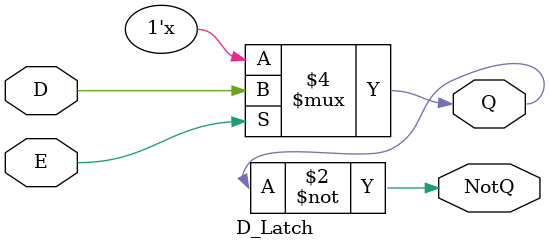
<source format=v>
module D_Latch(
    input D,
    input E, 
    output reg Q,
    output NotQ
    );
    
    always @(D, E) begin
        if(E)
            Q <= D;
        else
            Q <= Q;
    end 
    
    assign NotQ = ~Q;
     
endmodule

</source>
